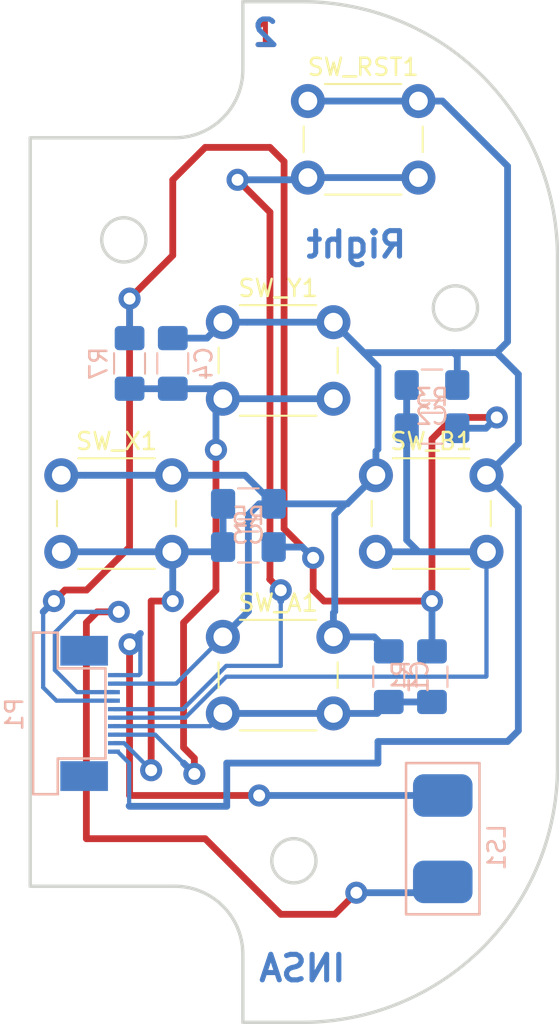
<source format=kicad_pcb>
(kicad_pcb (version 20171130) (host pcbnew 5.0.2-bee76a0~70~ubuntu18.04.1)

  (general
    (thickness 1.6)
    (drawings 19)
    (tracks 172)
    (zones 0)
    (modules 15)
    (nets 10)
  )

  (page A4)
  (layers
    (0 F.Cu signal)
    (31 B.Cu signal)
    (32 B.Adhes user)
    (33 F.Adhes user)
    (34 B.Paste user)
    (35 F.Paste user)
    (36 B.SilkS user)
    (37 F.SilkS user)
    (38 B.Mask user)
    (39 F.Mask user)
    (40 Dwgs.User user)
    (41 Cmts.User user)
    (42 Eco1.User user)
    (43 Eco2.User user)
    (44 Edge.Cuts user)
    (45 Margin user)
    (46 B.CrtYd user)
    (47 F.CrtYd user)
    (48 B.Fab user hide)
    (49 F.Fab user hide)
  )

  (setup
    (last_trace_width 0.25)
    (user_trace_width 0.2)
    (user_trace_width 0.25)
    (user_trace_width 0.3)
    (user_trace_width 0.4)
    (user_trace_width 0.5)
    (user_trace_width 0.63)
    (user_trace_width 0.76)
    (user_trace_width 1.27)
    (trace_clearance 0.2)
    (zone_clearance 0.508)
    (zone_45_only no)
    (trace_min 0.15)
    (segment_width 0.2)
    (edge_width 0.2)
    (via_size 0.8)
    (via_drill 0.4)
    (via_min_size 0.6)
    (via_min_drill 0.3)
    (user_via 0.6 0.3)
    (user_via 0.8 0.4)
    (user_via 0.9 0.5)
    (user_via 1.2 0.6)
    (user_via 1.3 0.7)
    (user_via 1.4 0.8)
    (uvia_size 0.3)
    (uvia_drill 0.1)
    (uvias_allowed no)
    (uvia_min_size 0.2)
    (uvia_min_drill 0.1)
    (pcb_text_width 0.3)
    (pcb_text_size 1.5 1.5)
    (mod_edge_width 0.15)
    (mod_text_size 1 1)
    (mod_text_width 0.15)
    (pad_size 1.6 1.6)
    (pad_drill 0.8)
    (pad_to_mask_clearance 0.051)
    (solder_mask_min_width 0.25)
    (aux_axis_origin 0 0)
    (visible_elements FFFFFF7F)
    (pcbplotparams
      (layerselection 0x010fc_ffffffff)
      (usegerberextensions false)
      (usegerberattributes false)
      (usegerberadvancedattributes false)
      (creategerberjobfile false)
      (excludeedgelayer true)
      (linewidth 0.100000)
      (plotframeref false)
      (viasonmask false)
      (mode 1)
      (useauxorigin false)
      (hpglpennumber 1)
      (hpglpenspeed 20)
      (hpglpendiameter 15.000000)
      (psnegative false)
      (psa4output false)
      (plotreference true)
      (plotvalue true)
      (plotinvisibletext false)
      (padsonsilk false)
      (subtractmaskfromsilk false)
      (outputformat 1)
      (mirror false)
      (drillshape 1)
      (scaleselection 1)
      (outputdirectory ""))
  )

  (net 0 "")
  (net 1 GND)
  (net 2 /Audio_Right_1)
  (net 3 /Audio_Right_2)
  (net 4 VCC)
  (net 5 /Key_X)
  (net 6 /Key_Y)
  (net 7 /Key_B)
  (net 8 /Key_A)
  (net 9 /Key_Rst)

  (net_class Default "Ceci est la Netclass par défaut."
    (clearance 0.2)
    (trace_width 0.25)
    (via_dia 0.8)
    (via_drill 0.4)
    (uvia_dia 0.3)
    (uvia_drill 0.1)
    (add_net /Audio_Right_1)
    (add_net /Audio_Right_2)
    (add_net /Key_A)
    (add_net /Key_B)
    (add_net /Key_Rst)
    (add_net /Key_X)
    (add_net /Key_Y)
    (add_net GND)
    (add_net VCC)
  )

  (module Capacitor_SMD:C_1206_3216Metric_Pad1.42x1.75mm_HandSolder (layer B.Cu) (tedit 5B301BBE) (tstamp 5CA1914D)
    (at 135.255 116.84 90)
    (descr "Capacitor SMD 1206 (3216 Metric), square (rectangular) end terminal, IPC_7351 nominal with elongated pad for handsoldering. (Body size source: http://www.tortai-tech.com/upload/download/2011102023233369053.pdf), generated with kicad-footprint-generator")
    (tags "capacitor handsolder")
    (path /5C792991)
    (attr smd)
    (fp_text reference C1 (at 0 1.82 90) (layer B.SilkS)
      (effects (font (size 1 1) (thickness 0.15)) (justify mirror))
    )
    (fp_text value C (at 0 -1.82 90) (layer B.Fab)
      (effects (font (size 1 1) (thickness 0.15)) (justify mirror))
    )
    (fp_text user %R (at 0 0 90) (layer B.Fab)
      (effects (font (size 0.8 0.8) (thickness 0.12)) (justify mirror))
    )
    (fp_line (start 2.45 -1.12) (end -2.45 -1.12) (layer B.CrtYd) (width 0.05))
    (fp_line (start 2.45 1.12) (end 2.45 -1.12) (layer B.CrtYd) (width 0.05))
    (fp_line (start -2.45 1.12) (end 2.45 1.12) (layer B.CrtYd) (width 0.05))
    (fp_line (start -2.45 -1.12) (end -2.45 1.12) (layer B.CrtYd) (width 0.05))
    (fp_line (start -0.602064 -0.91) (end 0.602064 -0.91) (layer B.SilkS) (width 0.12))
    (fp_line (start -0.602064 0.91) (end 0.602064 0.91) (layer B.SilkS) (width 0.12))
    (fp_line (start 1.6 -0.8) (end -1.6 -0.8) (layer B.Fab) (width 0.1))
    (fp_line (start 1.6 0.8) (end 1.6 -0.8) (layer B.Fab) (width 0.1))
    (fp_line (start -1.6 0.8) (end 1.6 0.8) (layer B.Fab) (width 0.1))
    (fp_line (start -1.6 -0.8) (end -1.6 0.8) (layer B.Fab) (width 0.1))
    (pad 2 smd roundrect (at 1.4875 0 90) (size 1.425 1.75) (layers B.Cu B.Paste B.Mask) (roundrect_rratio 0.175439)
      (net 1 GND))
    (pad 1 smd roundrect (at -1.4875 0 90) (size 1.425 1.75) (layers B.Cu B.Paste B.Mask) (roundrect_rratio 0.175439)
      (net 8 /Key_A))
    (model ${KISYS3DMOD}/Capacitor_SMD.3dshapes/C_1206_3216Metric.wrl
      (at (xyz 0 0 0))
      (scale (xyz 1 1 1))
      (rotate (xyz 0 0 0))
    )
  )

  (module Capacitor_SMD:C_1206_3216Metric_Pad1.42x1.75mm_HandSolder (layer B.Cu) (tedit 5B301BBE) (tstamp 5CA1915E)
    (at 137.795 99.695)
    (descr "Capacitor SMD 1206 (3216 Metric), square (rectangular) end terminal, IPC_7351 nominal with elongated pad for handsoldering. (Body size source: http://www.tortai-tech.com/upload/download/2011102023233369053.pdf), generated with kicad-footprint-generator")
    (tags "capacitor handsolder")
    (path /5C795C7E)
    (attr smd)
    (fp_text reference C2 (at 0 1.82) (layer B.SilkS)
      (effects (font (size 1 1) (thickness 0.15)) (justify mirror))
    )
    (fp_text value C (at 0 -1.82) (layer B.Fab)
      (effects (font (size 1 1) (thickness 0.15)) (justify mirror))
    )
    (fp_line (start -1.6 -0.8) (end -1.6 0.8) (layer B.Fab) (width 0.1))
    (fp_line (start -1.6 0.8) (end 1.6 0.8) (layer B.Fab) (width 0.1))
    (fp_line (start 1.6 0.8) (end 1.6 -0.8) (layer B.Fab) (width 0.1))
    (fp_line (start 1.6 -0.8) (end -1.6 -0.8) (layer B.Fab) (width 0.1))
    (fp_line (start -0.602064 0.91) (end 0.602064 0.91) (layer B.SilkS) (width 0.12))
    (fp_line (start -0.602064 -0.91) (end 0.602064 -0.91) (layer B.SilkS) (width 0.12))
    (fp_line (start -2.45 -1.12) (end -2.45 1.12) (layer B.CrtYd) (width 0.05))
    (fp_line (start -2.45 1.12) (end 2.45 1.12) (layer B.CrtYd) (width 0.05))
    (fp_line (start 2.45 1.12) (end 2.45 -1.12) (layer B.CrtYd) (width 0.05))
    (fp_line (start 2.45 -1.12) (end -2.45 -1.12) (layer B.CrtYd) (width 0.05))
    (fp_text user %R (at 0 0) (layer B.Fab)
      (effects (font (size 0.8 0.8) (thickness 0.12)) (justify mirror))
    )
    (pad 1 smd roundrect (at -1.4875 0) (size 1.425 1.75) (layers B.Cu B.Paste B.Mask) (roundrect_rratio 0.175439)
      (net 7 /Key_B))
    (pad 2 smd roundrect (at 1.4875 0) (size 1.425 1.75) (layers B.Cu B.Paste B.Mask) (roundrect_rratio 0.175439)
      (net 1 GND))
    (model ${KISYS3DMOD}/Capacitor_SMD.3dshapes/C_1206_3216Metric.wrl
      (at (xyz 0 0 0))
      (scale (xyz 1 1 1))
      (rotate (xyz 0 0 0))
    )
  )

  (module Capacitor_SMD:C_1206_3216Metric_Pad1.42x1.75mm_HandSolder (layer B.Cu) (tedit 5B301BBE) (tstamp 5CA1916F)
    (at 127 106.68)
    (descr "Capacitor SMD 1206 (3216 Metric), square (rectangular) end terminal, IPC_7351 nominal with elongated pad for handsoldering. (Body size source: http://www.tortai-tech.com/upload/download/2011102023233369053.pdf), generated with kicad-footprint-generator")
    (tags "capacitor handsolder")
    (path /5C79622E)
    (attr smd)
    (fp_text reference C3 (at 0 1.82) (layer B.SilkS)
      (effects (font (size 1 1) (thickness 0.15)) (justify mirror))
    )
    (fp_text value C (at 0 -1.82) (layer B.Fab)
      (effects (font (size 1 1) (thickness 0.15)) (justify mirror))
    )
    (fp_line (start -1.6 -0.8) (end -1.6 0.8) (layer B.Fab) (width 0.1))
    (fp_line (start -1.6 0.8) (end 1.6 0.8) (layer B.Fab) (width 0.1))
    (fp_line (start 1.6 0.8) (end 1.6 -0.8) (layer B.Fab) (width 0.1))
    (fp_line (start 1.6 -0.8) (end -1.6 -0.8) (layer B.Fab) (width 0.1))
    (fp_line (start -0.602064 0.91) (end 0.602064 0.91) (layer B.SilkS) (width 0.12))
    (fp_line (start -0.602064 -0.91) (end 0.602064 -0.91) (layer B.SilkS) (width 0.12))
    (fp_line (start -2.45 -1.12) (end -2.45 1.12) (layer B.CrtYd) (width 0.05))
    (fp_line (start -2.45 1.12) (end 2.45 1.12) (layer B.CrtYd) (width 0.05))
    (fp_line (start 2.45 1.12) (end 2.45 -1.12) (layer B.CrtYd) (width 0.05))
    (fp_line (start 2.45 -1.12) (end -2.45 -1.12) (layer B.CrtYd) (width 0.05))
    (fp_text user %R (at 0 0) (layer B.Fab)
      (effects (font (size 0.8 0.8) (thickness 0.12)) (justify mirror))
    )
    (pad 1 smd roundrect (at -1.4875 0) (size 1.425 1.75) (layers B.Cu B.Paste B.Mask) (roundrect_rratio 0.175439)
      (net 5 /Key_X))
    (pad 2 smd roundrect (at 1.4875 0) (size 1.425 1.75) (layers B.Cu B.Paste B.Mask) (roundrect_rratio 0.175439)
      (net 1 GND))
    (model ${KISYS3DMOD}/Capacitor_SMD.3dshapes/C_1206_3216Metric.wrl
      (at (xyz 0 0 0))
      (scale (xyz 1 1 1))
      (rotate (xyz 0 0 0))
    )
  )

  (module Capacitor_SMD:C_1206_3216Metric_Pad1.42x1.75mm_HandSolder (layer B.Cu) (tedit 5B301BBE) (tstamp 5CA19180)
    (at 122.555 98.425 90)
    (descr "Capacitor SMD 1206 (3216 Metric), square (rectangular) end terminal, IPC_7351 nominal with elongated pad for handsoldering. (Body size source: http://www.tortai-tech.com/upload/download/2011102023233369053.pdf), generated with kicad-footprint-generator")
    (tags "capacitor handsolder")
    (path /5C79683C)
    (attr smd)
    (fp_text reference C4 (at 0 1.82 90) (layer B.SilkS)
      (effects (font (size 1 1) (thickness 0.15)) (justify mirror))
    )
    (fp_text value C (at 0 -1.82 90) (layer B.Fab)
      (effects (font (size 1 1) (thickness 0.15)) (justify mirror))
    )
    (fp_text user %R (at 0 0 90) (layer B.Fab)
      (effects (font (size 0.8 0.8) (thickness 0.12)) (justify mirror))
    )
    (fp_line (start 2.45 -1.12) (end -2.45 -1.12) (layer B.CrtYd) (width 0.05))
    (fp_line (start 2.45 1.12) (end 2.45 -1.12) (layer B.CrtYd) (width 0.05))
    (fp_line (start -2.45 1.12) (end 2.45 1.12) (layer B.CrtYd) (width 0.05))
    (fp_line (start -2.45 -1.12) (end -2.45 1.12) (layer B.CrtYd) (width 0.05))
    (fp_line (start -0.602064 -0.91) (end 0.602064 -0.91) (layer B.SilkS) (width 0.12))
    (fp_line (start -0.602064 0.91) (end 0.602064 0.91) (layer B.SilkS) (width 0.12))
    (fp_line (start 1.6 -0.8) (end -1.6 -0.8) (layer B.Fab) (width 0.1))
    (fp_line (start 1.6 0.8) (end 1.6 -0.8) (layer B.Fab) (width 0.1))
    (fp_line (start -1.6 0.8) (end 1.6 0.8) (layer B.Fab) (width 0.1))
    (fp_line (start -1.6 -0.8) (end -1.6 0.8) (layer B.Fab) (width 0.1))
    (pad 2 smd roundrect (at 1.4875 0 90) (size 1.425 1.75) (layers B.Cu B.Paste B.Mask) (roundrect_rratio 0.175439)
      (net 1 GND))
    (pad 1 smd roundrect (at -1.4875 0 90) (size 1.425 1.75) (layers B.Cu B.Paste B.Mask) (roundrect_rratio 0.175439)
      (net 6 /Key_Y))
    (model ${KISYS3DMOD}/Capacitor_SMD.3dshapes/C_1206_3216Metric.wrl
      (at (xyz 0 0 0))
      (scale (xyz 1 1 1))
      (rotate (xyz 0 0 0))
    )
  )

  (module Insa:Speaker (layer B.Cu) (tedit 5C891EA0) (tstamp 5CA1918A)
    (at 138.43 126.365 270)
    (path /5C892EA4)
    (fp_text reference LS1 (at 0.508 -3.175 270) (layer B.SilkS)
      (effects (font (size 1 1) (thickness 0.15)) (justify mirror))
    )
    (fp_text value Speaker (at 0.127 3.175 270) (layer B.Fab)
      (effects (font (size 1 1) (thickness 0.15)) (justify mirror))
    )
    (fp_line (start -4.445 2.159) (end 4.445 2.159) (layer B.SilkS) (width 0.15))
    (fp_line (start 4.445 2.159) (end 4.445 -2.159) (layer B.SilkS) (width 0.15))
    (fp_line (start 4.445 -2.159) (end -4.445 -2.159) (layer B.SilkS) (width 0.15))
    (fp_line (start -4.445 -2.159) (end -4.445 2.159) (layer B.SilkS) (width 0.15))
    (pad 1 smd roundrect (at -2.54 0 270) (size 2.5 3.5) (layers B.Cu B.Paste B.Mask) (roundrect_rratio 0.25)
      (net 2 /Audio_Right_1))
    (pad 2 smd roundrect (at 2.54 0 270) (size 2.5 3.5) (layers B.Cu B.Paste B.Mask) (roundrect_rratio 0.25)
      (net 3 /Audio_Right_2))
  )

  (module Insa:FFC-10-0.5 (layer B.Cu) (tedit 5C652881) (tstamp 5CA191AA)
    (at 118.745 119 270)
    (path /5C77E637)
    (fp_text reference P1 (at 0.05 5.5 270) (layer B.SilkS)
      (effects (font (size 1 1) (thickness 0.15)) (justify mirror))
    )
    (fp_text value TE-FFC-10-0.5 (at -0.05 3.6 270) (layer B.Fab)
      (effects (font (size 1 1) (thickness 0.15)) (justify mirror))
    )
    (fp_line (start -2.65 2.95) (end -2.65 0.15) (layer B.SilkS) (width 0.15))
    (fp_line (start -4.75 2.95) (end -2.65 2.95) (layer B.SilkS) (width 0.15))
    (fp_line (start -4.75 4.4) (end -4.75 2.95) (layer B.SilkS) (width 0.15))
    (fp_line (start 4.75 4.4) (end -4.75 4.4) (layer B.SilkS) (width 0.15))
    (fp_line (start 4.75 2.95) (end 4.75 4.4) (layer B.SilkS) (width 0.15))
    (fp_line (start 2.65 2.95) (end 4.75 2.95) (layer B.SilkS) (width 0.15))
    (fp_line (start 2.65 0.15) (end 2.65 2.95) (layer B.SilkS) (width 0.15))
    (fp_line (start -2.65 0.15) (end 2.65 0.15) (layer B.SilkS) (width 0.15))
    (fp_line (start -2.8 2.8) (end -2.8 0) (layer B.CrtYd) (width 0.15))
    (fp_line (start -4.75 2.8) (end -2.8 2.8) (layer B.CrtYd) (width 0.15))
    (fp_line (start -4.75 4.4) (end -4.75 2.8) (layer B.CrtYd) (width 0.15))
    (fp_line (start 4.75 4.4) (end -4.75 4.4) (layer B.CrtYd) (width 0.15))
    (fp_line (start 4.75 2.8) (end 4.75 4.4) (layer B.CrtYd) (width 0.15))
    (fp_line (start 2.8 2.8) (end 4.75 2.8) (layer B.CrtYd) (width 0.15))
    (fp_line (start 2.8 0) (end 2.8 2.8) (layer B.CrtYd) (width 0.15))
    (fp_line (start -2.8 0) (end 2.8 0) (layer B.CrtYd) (width 0.15))
    (pad A smd rect (at -3.685 1.4 270) (size 1.75 2.8) (layers B.Cu B.Paste B.Mask))
    (pad B smd rect (at 3.685 1.4 270) (size 1.75 2.8) (layers B.Cu B.Paste B.Mask))
    (pad 2 smd rect (at -1.75 -0.35 270) (size 0.25 0.7) (layers B.Cu B.Paste B.Mask)
      (net 1 GND))
    (pad 3 smd rect (at -1.25 -0.35 270) (size 0.25 0.7) (layers B.Cu B.Paste B.Mask)
      (net 3 /Audio_Right_2))
    (pad 4 smd rect (at -0.75 -0.35 270) (size 0.25 0.7) (layers B.Cu B.Paste B.Mask)
      (net 4 VCC))
    (pad 5 smd rect (at -0.25 -0.35 270) (size 0.25 0.7) (layers B.Cu B.Paste B.Mask)
      (net 9 /Key_Rst))
    (pad 9 smd rect (at 1.75 -0.35 270) (size 0.25 0.7) (layers B.Cu B.Paste B.Mask)
      (net 5 /Key_X))
    (pad 8 smd rect (at 1.25 -0.35 270) (size 0.25 0.7) (layers B.Cu B.Paste B.Mask)
      (net 6 /Key_Y))
    (pad 7 smd rect (at 0.75 -0.35 270) (size 0.25 0.7) (layers B.Cu B.Paste B.Mask)
      (net 8 /Key_A))
    (pad 6 smd rect (at 0.25 -0.35 270) (size 0.25 0.7) (layers B.Cu B.Paste B.Mask)
      (net 7 /Key_B))
    (pad 1 smd rect (at -2.25 -0.35 270) (size 0.25 0.7) (layers B.Cu B.Paste B.Mask)
      (net 2 /Audio_Right_1))
    (pad 10 smd rect (at 2.25 -0.35 270) (size 0.25 0.7) (layers B.Cu B.Paste B.Mask)
      (net 1 GND))
  )

  (module Resistor_SMD:R_1206_3216Metric_Pad1.42x1.75mm_HandSolder (layer B.Cu) (tedit 5B301BBD) (tstamp 5CA191BB)
    (at 137.795 116.84 270)
    (descr "Resistor SMD 1206 (3216 Metric), square (rectangular) end terminal, IPC_7351 nominal with elongated pad for handsoldering. (Body size source: http://www.tortai-tech.com/upload/download/2011102023233369053.pdf), generated with kicad-footprint-generator")
    (tags "resistor handsolder")
    (path /5C792BB4)
    (attr smd)
    (fp_text reference R1 (at 0 1.82 270) (layer B.SilkS)
      (effects (font (size 1 1) (thickness 0.15)) (justify mirror))
    )
    (fp_text value R (at 0 -1.82 270) (layer B.Fab)
      (effects (font (size 1 1) (thickness 0.15)) (justify mirror))
    )
    (fp_text user %R (at 0 0 270) (layer B.Fab)
      (effects (font (size 0.8 0.8) (thickness 0.12)) (justify mirror))
    )
    (fp_line (start 2.45 -1.12) (end -2.45 -1.12) (layer B.CrtYd) (width 0.05))
    (fp_line (start 2.45 1.12) (end 2.45 -1.12) (layer B.CrtYd) (width 0.05))
    (fp_line (start -2.45 1.12) (end 2.45 1.12) (layer B.CrtYd) (width 0.05))
    (fp_line (start -2.45 -1.12) (end -2.45 1.12) (layer B.CrtYd) (width 0.05))
    (fp_line (start -0.602064 -0.91) (end 0.602064 -0.91) (layer B.SilkS) (width 0.12))
    (fp_line (start -0.602064 0.91) (end 0.602064 0.91) (layer B.SilkS) (width 0.12))
    (fp_line (start 1.6 -0.8) (end -1.6 -0.8) (layer B.Fab) (width 0.1))
    (fp_line (start 1.6 0.8) (end 1.6 -0.8) (layer B.Fab) (width 0.1))
    (fp_line (start -1.6 0.8) (end 1.6 0.8) (layer B.Fab) (width 0.1))
    (fp_line (start -1.6 -0.8) (end -1.6 0.8) (layer B.Fab) (width 0.1))
    (pad 2 smd roundrect (at 1.4875 0 270) (size 1.425 1.75) (layers B.Cu B.Paste B.Mask) (roundrect_rratio 0.175439)
      (net 8 /Key_A))
    (pad 1 smd roundrect (at -1.4875 0 270) (size 1.425 1.75) (layers B.Cu B.Paste B.Mask) (roundrect_rratio 0.175439)
      (net 4 VCC))
    (model ${KISYS3DMOD}/Resistor_SMD.3dshapes/R_1206_3216Metric.wrl
      (at (xyz 0 0 0))
      (scale (xyz 1 1 1))
      (rotate (xyz 0 0 0))
    )
  )

  (module Resistor_SMD:R_1206_3216Metric_Pad1.42x1.75mm_HandSolder (layer B.Cu) (tedit 5B301BBD) (tstamp 5CA191DD)
    (at 137.795 102.235 180)
    (descr "Resistor SMD 1206 (3216 Metric), square (rectangular) end terminal, IPC_7351 nominal with elongated pad for handsoldering. (Body size source: http://www.tortai-tech.com/upload/download/2011102023233369053.pdf), generated with kicad-footprint-generator")
    (tags "resistor handsolder")
    (path /5C795C85)
    (attr smd)
    (fp_text reference R3 (at 0 1.82 180) (layer B.SilkS)
      (effects (font (size 1 1) (thickness 0.15)) (justify mirror))
    )
    (fp_text value R (at 0 -1.82 180) (layer B.Fab)
      (effects (font (size 1 1) (thickness 0.15)) (justify mirror))
    )
    (fp_text user %R (at 0 0 180) (layer B.Fab)
      (effects (font (size 0.8 0.8) (thickness 0.12)) (justify mirror))
    )
    (fp_line (start 2.45 -1.12) (end -2.45 -1.12) (layer B.CrtYd) (width 0.05))
    (fp_line (start 2.45 1.12) (end 2.45 -1.12) (layer B.CrtYd) (width 0.05))
    (fp_line (start -2.45 1.12) (end 2.45 1.12) (layer B.CrtYd) (width 0.05))
    (fp_line (start -2.45 -1.12) (end -2.45 1.12) (layer B.CrtYd) (width 0.05))
    (fp_line (start -0.602064 -0.91) (end 0.602064 -0.91) (layer B.SilkS) (width 0.12))
    (fp_line (start -0.602064 0.91) (end 0.602064 0.91) (layer B.SilkS) (width 0.12))
    (fp_line (start 1.6 -0.8) (end -1.6 -0.8) (layer B.Fab) (width 0.1))
    (fp_line (start 1.6 0.8) (end 1.6 -0.8) (layer B.Fab) (width 0.1))
    (fp_line (start -1.6 0.8) (end 1.6 0.8) (layer B.Fab) (width 0.1))
    (fp_line (start -1.6 -0.8) (end -1.6 0.8) (layer B.Fab) (width 0.1))
    (pad 2 smd roundrect (at 1.4875 0 180) (size 1.425 1.75) (layers B.Cu B.Paste B.Mask) (roundrect_rratio 0.175439)
      (net 7 /Key_B))
    (pad 1 smd roundrect (at -1.4875 0 180) (size 1.425 1.75) (layers B.Cu B.Paste B.Mask) (roundrect_rratio 0.175439)
      (net 4 VCC))
    (model ${KISYS3DMOD}/Resistor_SMD.3dshapes/R_1206_3216Metric.wrl
      (at (xyz 0 0 0))
      (scale (xyz 1 1 1))
      (rotate (xyz 0 0 0))
    )
  )

  (module Resistor_SMD:R_1206_3216Metric_Pad1.42x1.75mm_HandSolder (layer B.Cu) (tedit 5B301BBD) (tstamp 5CA191FF)
    (at 127 109.22 180)
    (descr "Resistor SMD 1206 (3216 Metric), square (rectangular) end terminal, IPC_7351 nominal with elongated pad for handsoldering. (Body size source: http://www.tortai-tech.com/upload/download/2011102023233369053.pdf), generated with kicad-footprint-generator")
    (tags "resistor handsolder")
    (path /5C796235)
    (attr smd)
    (fp_text reference R5 (at 0 1.82 180) (layer B.SilkS)
      (effects (font (size 1 1) (thickness 0.15)) (justify mirror))
    )
    (fp_text value R (at 0 -1.82 180) (layer B.Fab)
      (effects (font (size 1 1) (thickness 0.15)) (justify mirror))
    )
    (fp_text user %R (at 0 0 180) (layer B.Fab)
      (effects (font (size 0.8 0.8) (thickness 0.12)) (justify mirror))
    )
    (fp_line (start 2.45 -1.12) (end -2.45 -1.12) (layer B.CrtYd) (width 0.05))
    (fp_line (start 2.45 1.12) (end 2.45 -1.12) (layer B.CrtYd) (width 0.05))
    (fp_line (start -2.45 1.12) (end 2.45 1.12) (layer B.CrtYd) (width 0.05))
    (fp_line (start -2.45 -1.12) (end -2.45 1.12) (layer B.CrtYd) (width 0.05))
    (fp_line (start -0.602064 -0.91) (end 0.602064 -0.91) (layer B.SilkS) (width 0.12))
    (fp_line (start -0.602064 0.91) (end 0.602064 0.91) (layer B.SilkS) (width 0.12))
    (fp_line (start 1.6 -0.8) (end -1.6 -0.8) (layer B.Fab) (width 0.1))
    (fp_line (start 1.6 0.8) (end 1.6 -0.8) (layer B.Fab) (width 0.1))
    (fp_line (start -1.6 0.8) (end 1.6 0.8) (layer B.Fab) (width 0.1))
    (fp_line (start -1.6 -0.8) (end -1.6 0.8) (layer B.Fab) (width 0.1))
    (pad 2 smd roundrect (at 1.4875 0 180) (size 1.425 1.75) (layers B.Cu B.Paste B.Mask) (roundrect_rratio 0.175439)
      (net 5 /Key_X))
    (pad 1 smd roundrect (at -1.4875 0 180) (size 1.425 1.75) (layers B.Cu B.Paste B.Mask) (roundrect_rratio 0.175439)
      (net 4 VCC))
    (model ${KISYS3DMOD}/Resistor_SMD.3dshapes/R_1206_3216Metric.wrl
      (at (xyz 0 0 0))
      (scale (xyz 1 1 1))
      (rotate (xyz 0 0 0))
    )
  )

  (module Resistor_SMD:R_1206_3216Metric_Pad1.42x1.75mm_HandSolder (layer B.Cu) (tedit 5B301BBD) (tstamp 5CA19221)
    (at 120.015 98.425 270)
    (descr "Resistor SMD 1206 (3216 Metric), square (rectangular) end terminal, IPC_7351 nominal with elongated pad for handsoldering. (Body size source: http://www.tortai-tech.com/upload/download/2011102023233369053.pdf), generated with kicad-footprint-generator")
    (tags "resistor handsolder")
    (path /5C796843)
    (attr smd)
    (fp_text reference R7 (at 0 1.82 270) (layer B.SilkS)
      (effects (font (size 1 1) (thickness 0.15)) (justify mirror))
    )
    (fp_text value R (at 0 -1.82 270) (layer B.Fab)
      (effects (font (size 1 1) (thickness 0.15)) (justify mirror))
    )
    (fp_text user %R (at 0 0 270) (layer B.Fab)
      (effects (font (size 0.8 0.8) (thickness 0.12)) (justify mirror))
    )
    (fp_line (start 2.45 -1.12) (end -2.45 -1.12) (layer B.CrtYd) (width 0.05))
    (fp_line (start 2.45 1.12) (end 2.45 -1.12) (layer B.CrtYd) (width 0.05))
    (fp_line (start -2.45 1.12) (end 2.45 1.12) (layer B.CrtYd) (width 0.05))
    (fp_line (start -2.45 -1.12) (end -2.45 1.12) (layer B.CrtYd) (width 0.05))
    (fp_line (start -0.602064 -0.91) (end 0.602064 -0.91) (layer B.SilkS) (width 0.12))
    (fp_line (start -0.602064 0.91) (end 0.602064 0.91) (layer B.SilkS) (width 0.12))
    (fp_line (start 1.6 -0.8) (end -1.6 -0.8) (layer B.Fab) (width 0.1))
    (fp_line (start 1.6 0.8) (end 1.6 -0.8) (layer B.Fab) (width 0.1))
    (fp_line (start -1.6 0.8) (end 1.6 0.8) (layer B.Fab) (width 0.1))
    (fp_line (start -1.6 -0.8) (end -1.6 0.8) (layer B.Fab) (width 0.1))
    (pad 2 smd roundrect (at 1.4875 0 270) (size 1.425 1.75) (layers B.Cu B.Paste B.Mask) (roundrect_rratio 0.175439)
      (net 6 /Key_Y))
    (pad 1 smd roundrect (at -1.4875 0 270) (size 1.425 1.75) (layers B.Cu B.Paste B.Mask) (roundrect_rratio 0.175439)
      (net 4 VCC))
    (model ${KISYS3DMOD}/Resistor_SMD.3dshapes/R_1206_3216Metric.wrl
      (at (xyz 0 0 0))
      (scale (xyz 1 1 1))
      (rotate (xyz 0 0 0))
    )
  )

  (module Button_Switch_THT:SW_PUSH_6mm locked (layer F.Cu) (tedit 5A02FE31) (tstamp 5CA19251)
    (at 125.5 114.5)
    (descr https://www.omron.com/ecb/products/pdf/en-b3f.pdf)
    (tags "tact sw push 6mm")
    (path /5C77EAF2)
    (fp_text reference SW_A1 (at 3.25 -2) (layer F.SilkS)
      (effects (font (size 1 1) (thickness 0.15)))
    )
    (fp_text value SW_Push (at 3.75 6.7) (layer F.Fab)
      (effects (font (size 1 1) (thickness 0.15)))
    )
    (fp_circle (center 3.25 2.25) (end 1.25 2.5) (layer F.Fab) (width 0.1))
    (fp_line (start 6.75 3) (end 6.75 1.5) (layer F.SilkS) (width 0.12))
    (fp_line (start 5.5 -1) (end 1 -1) (layer F.SilkS) (width 0.12))
    (fp_line (start -0.25 1.5) (end -0.25 3) (layer F.SilkS) (width 0.12))
    (fp_line (start 1 5.5) (end 5.5 5.5) (layer F.SilkS) (width 0.12))
    (fp_line (start 8 -1.25) (end 8 5.75) (layer F.CrtYd) (width 0.05))
    (fp_line (start 7.75 6) (end -1.25 6) (layer F.CrtYd) (width 0.05))
    (fp_line (start -1.5 5.75) (end -1.5 -1.25) (layer F.CrtYd) (width 0.05))
    (fp_line (start -1.25 -1.5) (end 7.75 -1.5) (layer F.CrtYd) (width 0.05))
    (fp_line (start -1.5 6) (end -1.25 6) (layer F.CrtYd) (width 0.05))
    (fp_line (start -1.5 5.75) (end -1.5 6) (layer F.CrtYd) (width 0.05))
    (fp_line (start -1.5 -1.5) (end -1.25 -1.5) (layer F.CrtYd) (width 0.05))
    (fp_line (start -1.5 -1.25) (end -1.5 -1.5) (layer F.CrtYd) (width 0.05))
    (fp_line (start 8 -1.5) (end 8 -1.25) (layer F.CrtYd) (width 0.05))
    (fp_line (start 7.75 -1.5) (end 8 -1.5) (layer F.CrtYd) (width 0.05))
    (fp_line (start 8 6) (end 8 5.75) (layer F.CrtYd) (width 0.05))
    (fp_line (start 7.75 6) (end 8 6) (layer F.CrtYd) (width 0.05))
    (fp_line (start 0.25 -0.75) (end 3.25 -0.75) (layer F.Fab) (width 0.1))
    (fp_line (start 0.25 5.25) (end 0.25 -0.75) (layer F.Fab) (width 0.1))
    (fp_line (start 6.25 5.25) (end 0.25 5.25) (layer F.Fab) (width 0.1))
    (fp_line (start 6.25 -0.75) (end 6.25 5.25) (layer F.Fab) (width 0.1))
    (fp_line (start 3.25 -0.75) (end 6.25 -0.75) (layer F.Fab) (width 0.1))
    (fp_text user %R (at 3.25 2.25) (layer F.Fab)
      (effects (font (size 1 1) (thickness 0.15)))
    )
    (pad 1 thru_hole circle (at 6.5 0 90) (size 2 2) (drill 1.1) (layers *.Cu *.Mask)
      (net 1 GND))
    (pad 2 thru_hole circle (at 6.5 4.5 90) (size 2 2) (drill 1.1) (layers *.Cu *.Mask)
      (net 8 /Key_A))
    (pad 1 thru_hole circle (at 0 0 90) (size 2 2) (drill 1.1) (layers *.Cu *.Mask)
      (net 1 GND))
    (pad 2 thru_hole circle (at 0 4.5 90) (size 2 2) (drill 1.1) (layers *.Cu *.Mask)
      (net 8 /Key_A))
    (model ${KISYS3DMOD}/Button_Switch_THT.3dshapes/SW_PUSH_6mm.wrl
      (at (xyz 0 0 0))
      (scale (xyz 1 1 1))
      (rotate (xyz 0 0 0))
    )
  )

  (module Button_Switch_THT:SW_PUSH_6mm locked (layer F.Cu) (tedit 5A02FE31) (tstamp 5CA19270)
    (at 134.5 105)
    (descr https://www.omron.com/ecb/products/pdf/en-b3f.pdf)
    (tags "tact sw push 6mm")
    (path /5C7913B9)
    (fp_text reference SW_B1 (at 3.25 -2) (layer F.SilkS)
      (effects (font (size 1 1) (thickness 0.15)))
    )
    (fp_text value SW_Push (at 3.75 6.7) (layer F.Fab)
      (effects (font (size 1 1) (thickness 0.15)))
    )
    (fp_circle (center 3.25 2.25) (end 1.25 2.5) (layer F.Fab) (width 0.1))
    (fp_line (start 6.75 3) (end 6.75 1.5) (layer F.SilkS) (width 0.12))
    (fp_line (start 5.5 -1) (end 1 -1) (layer F.SilkS) (width 0.12))
    (fp_line (start -0.25 1.5) (end -0.25 3) (layer F.SilkS) (width 0.12))
    (fp_line (start 1 5.5) (end 5.5 5.5) (layer F.SilkS) (width 0.12))
    (fp_line (start 8 -1.25) (end 8 5.75) (layer F.CrtYd) (width 0.05))
    (fp_line (start 7.75 6) (end -1.25 6) (layer F.CrtYd) (width 0.05))
    (fp_line (start -1.5 5.75) (end -1.5 -1.25) (layer F.CrtYd) (width 0.05))
    (fp_line (start -1.25 -1.5) (end 7.75 -1.5) (layer F.CrtYd) (width 0.05))
    (fp_line (start -1.5 6) (end -1.25 6) (layer F.CrtYd) (width 0.05))
    (fp_line (start -1.5 5.75) (end -1.5 6) (layer F.CrtYd) (width 0.05))
    (fp_line (start -1.5 -1.5) (end -1.25 -1.5) (layer F.CrtYd) (width 0.05))
    (fp_line (start -1.5 -1.25) (end -1.5 -1.5) (layer F.CrtYd) (width 0.05))
    (fp_line (start 8 -1.5) (end 8 -1.25) (layer F.CrtYd) (width 0.05))
    (fp_line (start 7.75 -1.5) (end 8 -1.5) (layer F.CrtYd) (width 0.05))
    (fp_line (start 8 6) (end 8 5.75) (layer F.CrtYd) (width 0.05))
    (fp_line (start 7.75 6) (end 8 6) (layer F.CrtYd) (width 0.05))
    (fp_line (start 0.25 -0.75) (end 3.25 -0.75) (layer F.Fab) (width 0.1))
    (fp_line (start 0.25 5.25) (end 0.25 -0.75) (layer F.Fab) (width 0.1))
    (fp_line (start 6.25 5.25) (end 0.25 5.25) (layer F.Fab) (width 0.1))
    (fp_line (start 6.25 -0.75) (end 6.25 5.25) (layer F.Fab) (width 0.1))
    (fp_line (start 3.25 -0.75) (end 6.25 -0.75) (layer F.Fab) (width 0.1))
    (fp_text user %R (at 3.25 2.25) (layer F.Fab)
      (effects (font (size 1 1) (thickness 0.15)))
    )
    (pad 1 thru_hole circle (at 6.5 0 90) (size 2 2) (drill 1.1) (layers *.Cu *.Mask)
      (net 1 GND))
    (pad 2 thru_hole circle (at 6.5 4.5 90) (size 2 2) (drill 1.1) (layers *.Cu *.Mask)
      (net 7 /Key_B))
    (pad 1 thru_hole circle (at 0 0 90) (size 2 2) (drill 1.1) (layers *.Cu *.Mask)
      (net 1 GND))
    (pad 2 thru_hole circle (at 0 4.5 90) (size 2 2) (drill 1.1) (layers *.Cu *.Mask)
      (net 7 /Key_B))
    (model ${KISYS3DMOD}/Button_Switch_THT.3dshapes/SW_PUSH_6mm.wrl
      (at (xyz 0 0 0))
      (scale (xyz 1 1 1))
      (rotate (xyz 0 0 0))
    )
  )

  (module Button_Switch_THT:SW_PUSH_6mm locked (layer F.Cu) (tedit 5A02FE31) (tstamp 5CA1928F)
    (at 116 105)
    (descr https://www.omron.com/ecb/products/pdf/en-b3f.pdf)
    (tags "tact sw push 6mm")
    (path /5C7914D9)
    (fp_text reference SW_X1 (at 3.25 -2) (layer F.SilkS)
      (effects (font (size 1 1) (thickness 0.15)))
    )
    (fp_text value SW_Push (at 3.75 6.7) (layer F.Fab)
      (effects (font (size 1 1) (thickness 0.15)))
    )
    (fp_text user %R (at 3.25 2.25) (layer F.Fab)
      (effects (font (size 1 1) (thickness 0.15)))
    )
    (fp_line (start 3.25 -0.75) (end 6.25 -0.75) (layer F.Fab) (width 0.1))
    (fp_line (start 6.25 -0.75) (end 6.25 5.25) (layer F.Fab) (width 0.1))
    (fp_line (start 6.25 5.25) (end 0.25 5.25) (layer F.Fab) (width 0.1))
    (fp_line (start 0.25 5.25) (end 0.25 -0.75) (layer F.Fab) (width 0.1))
    (fp_line (start 0.25 -0.75) (end 3.25 -0.75) (layer F.Fab) (width 0.1))
    (fp_line (start 7.75 6) (end 8 6) (layer F.CrtYd) (width 0.05))
    (fp_line (start 8 6) (end 8 5.75) (layer F.CrtYd) (width 0.05))
    (fp_line (start 7.75 -1.5) (end 8 -1.5) (layer F.CrtYd) (width 0.05))
    (fp_line (start 8 -1.5) (end 8 -1.25) (layer F.CrtYd) (width 0.05))
    (fp_line (start -1.5 -1.25) (end -1.5 -1.5) (layer F.CrtYd) (width 0.05))
    (fp_line (start -1.5 -1.5) (end -1.25 -1.5) (layer F.CrtYd) (width 0.05))
    (fp_line (start -1.5 5.75) (end -1.5 6) (layer F.CrtYd) (width 0.05))
    (fp_line (start -1.5 6) (end -1.25 6) (layer F.CrtYd) (width 0.05))
    (fp_line (start -1.25 -1.5) (end 7.75 -1.5) (layer F.CrtYd) (width 0.05))
    (fp_line (start -1.5 5.75) (end -1.5 -1.25) (layer F.CrtYd) (width 0.05))
    (fp_line (start 7.75 6) (end -1.25 6) (layer F.CrtYd) (width 0.05))
    (fp_line (start 8 -1.25) (end 8 5.75) (layer F.CrtYd) (width 0.05))
    (fp_line (start 1 5.5) (end 5.5 5.5) (layer F.SilkS) (width 0.12))
    (fp_line (start -0.25 1.5) (end -0.25 3) (layer F.SilkS) (width 0.12))
    (fp_line (start 5.5 -1) (end 1 -1) (layer F.SilkS) (width 0.12))
    (fp_line (start 6.75 3) (end 6.75 1.5) (layer F.SilkS) (width 0.12))
    (fp_circle (center 3.25 2.25) (end 1.25 2.5) (layer F.Fab) (width 0.1))
    (pad 2 thru_hole circle (at 0 4.5 90) (size 2 2) (drill 1.1) (layers *.Cu *.Mask)
      (net 5 /Key_X))
    (pad 1 thru_hole circle (at 0 0 90) (size 2 2) (drill 1.1) (layers *.Cu *.Mask)
      (net 1 GND))
    (pad 2 thru_hole circle (at 6.5 4.5 90) (size 2 2) (drill 1.1) (layers *.Cu *.Mask)
      (net 5 /Key_X))
    (pad 1 thru_hole circle (at 6.5 0 90) (size 2 2) (drill 1.1) (layers *.Cu *.Mask)
      (net 1 GND))
    (model ${KISYS3DMOD}/Button_Switch_THT.3dshapes/SW_PUSH_6mm.wrl
      (at (xyz 0 0 0))
      (scale (xyz 1 1 1))
      (rotate (xyz 0 0 0))
    )
  )

  (module Button_Switch_THT:SW_PUSH_6mm locked (layer F.Cu) (tedit 5A02FE31) (tstamp 5CA192AE)
    (at 125.5 96)
    (descr https://www.omron.com/ecb/products/pdf/en-b3f.pdf)
    (tags "tact sw push 6mm")
    (path /5C791297)
    (fp_text reference SW_Y1 (at 3.25 -2) (layer F.SilkS)
      (effects (font (size 1 1) (thickness 0.15)))
    )
    (fp_text value SW_Push (at 3.75 6.7) (layer F.Fab)
      (effects (font (size 1 1) (thickness 0.15)))
    )
    (fp_text user %R (at 3.25 2.25) (layer F.Fab)
      (effects (font (size 1 1) (thickness 0.15)))
    )
    (fp_line (start 3.25 -0.75) (end 6.25 -0.75) (layer F.Fab) (width 0.1))
    (fp_line (start 6.25 -0.75) (end 6.25 5.25) (layer F.Fab) (width 0.1))
    (fp_line (start 6.25 5.25) (end 0.25 5.25) (layer F.Fab) (width 0.1))
    (fp_line (start 0.25 5.25) (end 0.25 -0.75) (layer F.Fab) (width 0.1))
    (fp_line (start 0.25 -0.75) (end 3.25 -0.75) (layer F.Fab) (width 0.1))
    (fp_line (start 7.75 6) (end 8 6) (layer F.CrtYd) (width 0.05))
    (fp_line (start 8 6) (end 8 5.75) (layer F.CrtYd) (width 0.05))
    (fp_line (start 7.75 -1.5) (end 8 -1.5) (layer F.CrtYd) (width 0.05))
    (fp_line (start 8 -1.5) (end 8 -1.25) (layer F.CrtYd) (width 0.05))
    (fp_line (start -1.5 -1.25) (end -1.5 -1.5) (layer F.CrtYd) (width 0.05))
    (fp_line (start -1.5 -1.5) (end -1.25 -1.5) (layer F.CrtYd) (width 0.05))
    (fp_line (start -1.5 5.75) (end -1.5 6) (layer F.CrtYd) (width 0.05))
    (fp_line (start -1.5 6) (end -1.25 6) (layer F.CrtYd) (width 0.05))
    (fp_line (start -1.25 -1.5) (end 7.75 -1.5) (layer F.CrtYd) (width 0.05))
    (fp_line (start -1.5 5.75) (end -1.5 -1.25) (layer F.CrtYd) (width 0.05))
    (fp_line (start 7.75 6) (end -1.25 6) (layer F.CrtYd) (width 0.05))
    (fp_line (start 8 -1.25) (end 8 5.75) (layer F.CrtYd) (width 0.05))
    (fp_line (start 1 5.5) (end 5.5 5.5) (layer F.SilkS) (width 0.12))
    (fp_line (start -0.25 1.5) (end -0.25 3) (layer F.SilkS) (width 0.12))
    (fp_line (start 5.5 -1) (end 1 -1) (layer F.SilkS) (width 0.12))
    (fp_line (start 6.75 3) (end 6.75 1.5) (layer F.SilkS) (width 0.12))
    (fp_circle (center 3.25 2.25) (end 1.25 2.5) (layer F.Fab) (width 0.1))
    (pad 2 thru_hole circle (at 0 4.5 90) (size 2 2) (drill 1.1) (layers *.Cu *.Mask)
      (net 6 /Key_Y))
    (pad 1 thru_hole circle (at 0 0 90) (size 2 2) (drill 1.1) (layers *.Cu *.Mask)
      (net 1 GND))
    (pad 2 thru_hole circle (at 6.5 4.5 90) (size 2 2) (drill 1.1) (layers *.Cu *.Mask)
      (net 6 /Key_Y))
    (pad 1 thru_hole circle (at 6.5 0 90) (size 2 2) (drill 1.1) (layers *.Cu *.Mask)
      (net 1 GND))
    (model ${KISYS3DMOD}/Button_Switch_THT.3dshapes/SW_PUSH_6mm.wrl
      (at (xyz 0 0 0))
      (scale (xyz 1 1 1))
      (rotate (xyz 0 0 0))
    )
  )

  (module Button_Switch_THT:SW_PUSH_6mm locked (layer F.Cu) (tedit 5A02FE31) (tstamp 5CA19BA1)
    (at 130.5 83)
    (descr https://www.omron.com/ecb/products/pdf/en-b3f.pdf)
    (tags "tact sw push 6mm")
    (path /5C8A3957)
    (fp_text reference SW_RST1 (at 3.25 -2) (layer F.SilkS)
      (effects (font (size 1 1) (thickness 0.15)))
    )
    (fp_text value SW_Push (at 3.75 6.7) (layer F.Fab)
      (effects (font (size 1 1) (thickness 0.15)))
    )
    (fp_text user %R (at 3.25 2.25) (layer F.Fab)
      (effects (font (size 1 1) (thickness 0.15)))
    )
    (fp_line (start 3.25 -0.75) (end 6.25 -0.75) (layer F.Fab) (width 0.1))
    (fp_line (start 6.25 -0.75) (end 6.25 5.25) (layer F.Fab) (width 0.1))
    (fp_line (start 6.25 5.25) (end 0.25 5.25) (layer F.Fab) (width 0.1))
    (fp_line (start 0.25 5.25) (end 0.25 -0.75) (layer F.Fab) (width 0.1))
    (fp_line (start 0.25 -0.75) (end 3.25 -0.75) (layer F.Fab) (width 0.1))
    (fp_line (start 7.75 6) (end 8 6) (layer F.CrtYd) (width 0.05))
    (fp_line (start 8 6) (end 8 5.75) (layer F.CrtYd) (width 0.05))
    (fp_line (start 7.75 -1.5) (end 8 -1.5) (layer F.CrtYd) (width 0.05))
    (fp_line (start 8 -1.5) (end 8 -1.25) (layer F.CrtYd) (width 0.05))
    (fp_line (start -1.5 -1.25) (end -1.5 -1.5) (layer F.CrtYd) (width 0.05))
    (fp_line (start -1.5 -1.5) (end -1.25 -1.5) (layer F.CrtYd) (width 0.05))
    (fp_line (start -1.5 5.75) (end -1.5 6) (layer F.CrtYd) (width 0.05))
    (fp_line (start -1.5 6) (end -1.25 6) (layer F.CrtYd) (width 0.05))
    (fp_line (start -1.25 -1.5) (end 7.75 -1.5) (layer F.CrtYd) (width 0.05))
    (fp_line (start -1.5 5.75) (end -1.5 -1.25) (layer F.CrtYd) (width 0.05))
    (fp_line (start 7.75 6) (end -1.25 6) (layer F.CrtYd) (width 0.05))
    (fp_line (start 8 -1.25) (end 8 5.75) (layer F.CrtYd) (width 0.05))
    (fp_line (start 1 5.5) (end 5.5 5.5) (layer F.SilkS) (width 0.12))
    (fp_line (start -0.25 1.5) (end -0.25 3) (layer F.SilkS) (width 0.12))
    (fp_line (start 5.5 -1) (end 1 -1) (layer F.SilkS) (width 0.12))
    (fp_line (start 6.75 3) (end 6.75 1.5) (layer F.SilkS) (width 0.12))
    (fp_circle (center 3.25 2.25) (end 1.25 2.5) (layer F.Fab) (width 0.1))
    (pad 2 thru_hole circle (at 0 4.5 90) (size 2 2) (drill 1.1) (layers *.Cu *.Mask)
      (net 9 /Key_Rst))
    (pad 1 thru_hole circle (at 0 0 90) (size 2 2) (drill 1.1) (layers *.Cu *.Mask)
      (net 1 GND))
    (pad 2 thru_hole circle (at 6.5 4.5 90) (size 2 2) (drill 1.1) (layers *.Cu *.Mask)
      (net 9 /Key_Rst))
    (pad 1 thru_hole circle (at 6.5 0 90) (size 2 2) (drill 1.1) (layers *.Cu *.Mask)
      (net 1 GND))
    (model ${KISYS3DMOD}/Button_Switch_THT.3dshapes/SW_PUSH_6mm.wrl
      (at (xyz 0 0 0))
      (scale (xyz 1 1 1))
      (rotate (xyz 0 0 0))
    )
  )

  (gr_text Right (at 133.35 91.44) (layer B.Cu)
    (effects (font (size 1.5 1.5) (thickness 0.3)) (justify mirror))
  )
  (gr_text INSA (at 130.175 133.985) (layer B.Cu)
    (effects (font (size 1.5 1.5) (thickness 0.3)) (justify mirror))
  )
  (gr_text 2 (at 128 79) (layer B.Cu)
    (effects (font (size 1.5 1.5) (thickness 0.3)) (justify mirror))
  )
  (gr_text 1 (at 128 79) (layer F.Cu)
    (effects (font (size 1.5 1.5) (thickness 0.3)))
  )
  (gr_line (start 114.175 129.16) (end 114.175 85.16) (layer Edge.Cuts) (width 0.2))
  (gr_line (start 122.675 129.16) (end 114.175 129.16) (layer Edge.Cuts) (width 0.2))
  (gr_arc (start 122.675 133.16) (end 122.675 129.16) (angle 90) (layer Edge.Cuts) (width 0.2))
  (gr_line (start 126.675 81.16) (end 126.675 77.16) (layer Edge.Cuts) (width 0.2))
  (gr_line (start 126.675 77.16) (end 130.175 77.16) (layer Edge.Cuts) (width 0.2))
  (gr_arc (start 130.175 92.16) (end 130.175 77.16) (angle 90) (layer Edge.Cuts) (width 0.2))
  (gr_line (start 126.675 137.16) (end 126.675 133.16) (layer Edge.Cuts) (width 0.2))
  (gr_line (start 145.175 92.16) (end 145.175 122.16) (layer Edge.Cuts) (width 0.2))
  (gr_circle (center 129.675 127.66) (end 128.375 127.66) (layer Edge.Cuts) (width 0.2))
  (gr_circle (center 139.175 95.16) (end 137.875 95.16) (layer Edge.Cuts) (width 0.2))
  (gr_circle (center 119.675 91.16) (end 118.375 91.16) (layer Edge.Cuts) (width 0.2))
  (gr_arc (start 122.675 81.16) (end 126.675 81.16) (angle 90) (layer Edge.Cuts) (width 0.2))
  (gr_line (start 114.175 85.16) (end 122.675 85.16) (layer Edge.Cuts) (width 0.2))
  (gr_arc (start 130.175 122.16) (end 145.175 122.16) (angle 90) (layer Edge.Cuts) (width 0.2))
  (gr_line (start 130.175 137.16) (end 126.675 137.16) (layer Edge.Cuts) (width 0.2))

  (segment (start 122.75 117.25) (end 125.5 114.5) (width 0.25) (layer B.Cu) (net 1))
  (segment (start 119.095 117.25) (end 122.75 117.25) (width 0.25) (layer B.Cu) (net 1))
  (segment (start 134.4025 114.5) (end 135.255 115.3525) (width 0.4) (layer B.Cu) (net 1))
  (segment (start 132 114.5) (end 134.4025 114.5) (width 0.4) (layer B.Cu) (net 1))
  (segment (start 117.414213 105) (end 122.5 105) (width 0.4) (layer B.Cu) (net 1))
  (segment (start 116 105) (end 117.414213 105) (width 0.4) (layer B.Cu) (net 1))
  (segment (start 126.8075 105) (end 128.4875 106.68) (width 0.4) (layer B.Cu) (net 1))
  (segment (start 122.5 105) (end 126.8075 105) (width 0.4) (layer B.Cu) (net 1))
  (segment (start 124.5625 96.9375) (end 125.5 96) (width 0.4) (layer B.Cu) (net 1))
  (segment (start 122.555 96.9375) (end 124.5625 96.9375) (width 0.4) (layer B.Cu) (net 1))
  (segment (start 126.914213 96) (end 132 96) (width 0.4) (layer B.Cu) (net 1))
  (segment (start 125.5 96) (end 126.914213 96) (width 0.4) (layer B.Cu) (net 1))
  (segment (start 128.4875 106.68) (end 132.82 106.68) (width 0.4) (layer B.Cu) (net 1))
  (segment (start 134.5 103.585787) (end 134.62 103.465787) (width 0.4) (layer B.Cu) (net 1))
  (segment (start 134.5 105) (end 134.5 103.585787) (width 0.4) (layer B.Cu) (net 1))
  (segment (start 134.62 103.465787) (end 134.62 98.62) (width 0.4) (layer B.Cu) (net 1))
  (segment (start 139.2825 99.695) (end 139.2825 98.0075) (width 0.4) (layer B.Cu) (net 1))
  (segment (start 139.065 97.79) (end 133.79 97.79) (width 0.4) (layer B.Cu) (net 1))
  (segment (start 139.2825 98.0075) (end 139.065 97.79) (width 0.4) (layer B.Cu) (net 1))
  (segment (start 134.62 98.62) (end 133.79 97.79) (width 0.4) (layer B.Cu) (net 1))
  (segment (start 133.79 97.79) (end 132 96) (width 0.4) (layer B.Cu) (net 1))
  (segment (start 130.5 83) (end 137 83) (width 0.4) (layer B.Cu) (net 1))
  (segment (start 138.414213 83) (end 142.24 86.825787) (width 0.4) (layer B.Cu) (net 1))
  (segment (start 137 83) (end 138.414213 83) (width 0.4) (layer B.Cu) (net 1))
  (segment (start 142.24 86.825787) (end 142.24 97.155) (width 0.4) (layer B.Cu) (net 1))
  (segment (start 142.24 97.155) (end 141.605 97.79) (width 0.4) (layer B.Cu) (net 1))
  (segment (start 141.605 97.79) (end 139.065 97.79) (width 0.4) (layer B.Cu) (net 1))
  (segment (start 132 113.085787) (end 132.08 113.005787) (width 0.4) (layer B.Cu) (net 1))
  (segment (start 132 114.5) (end 132 113.085787) (width 0.4) (layer B.Cu) (net 1))
  (segment (start 132.08 113.005787) (end 132.08 107.315) (width 0.4) (layer B.Cu) (net 1))
  (segment (start 132.08 107.315) (end 132.715 106.68) (width 0.4) (layer B.Cu) (net 1))
  (segment (start 132.82 106.68) (end 134.5 105) (width 0.4) (layer B.Cu) (net 1))
  (segment (start 132.715 106.68) (end 132.82 106.68) (width 0.4) (layer B.Cu) (net 1))
  (segment (start 125.5 114.5) (end 127 113) (width 0.4) (layer B.Cu) (net 1))
  (segment (start 127 113) (end 127 107.315) (width 0.4) (layer B.Cu) (net 1))
  (segment (start 127.635 106.68) (end 128.4875 106.68) (width 0.4) (layer B.Cu) (net 1))
  (segment (start 127 107.315) (end 127.635 106.68) (width 0.4) (layer B.Cu) (net 1))
  (segment (start 142.875 103.125) (end 141 105) (width 0.4) (layer B.Cu) (net 1))
  (segment (start 141.605 97.79) (end 142.875 99.06) (width 0.4) (layer B.Cu) (net 1))
  (segment (start 142.875 99.06) (end 142.875 103.125) (width 0.4) (layer B.Cu) (net 1))
  (segment (start 119.32 121.25) (end 119.99 121.92) (width 0.25) (layer B.Cu) (net 1))
  (segment (start 119.095 121.25) (end 119.32 121.25) (width 0.25) (layer B.Cu) (net 1))
  (segment (start 119.99 121.92) (end 119.99 124.435) (width 0.25) (layer B.Cu) (net 1))
  (segment (start 142.875 120.015) (end 142.875 106.875) (width 0.4) (layer B.Cu) (net 1))
  (segment (start 142.24 120.65) (end 142.875 120.015) (width 0.4) (layer B.Cu) (net 1))
  (segment (start 120.015 124.46) (end 125.73 124.46) (width 0.4) (layer B.Cu) (net 1))
  (segment (start 134.62 120.65) (end 142.24 120.65) (width 0.4) (layer B.Cu) (net 1))
  (segment (start 125.73 124.46) (end 125.73 121.92) (width 0.4) (layer B.Cu) (net 1))
  (segment (start 125.73 121.92) (end 134.62 121.92) (width 0.4) (layer B.Cu) (net 1))
  (segment (start 142.875 106.875) (end 141 105) (width 0.4) (layer B.Cu) (net 1))
  (segment (start 119.99 124.435) (end 120.015 124.46) (width 0.4) (layer B.Cu) (net 1))
  (segment (start 134.62 121.92) (end 134.62 120.65) (width 0.4) (layer B.Cu) (net 1))
  (segment (start 119.095 116.75) (end 120.56 116.75) (width 0.25) (layer B.Cu) (net 2))
  (segment (start 120.56 116.75) (end 120.65 116.66) (width 0.25) (layer B.Cu) (net 2))
  (segment (start 120.65 116.66) (end 120.65 114.3) (width 0.25) (layer B.Cu) (net 2))
  (segment (start 138.43 123.825) (end 127.635 123.825) (width 0.4) (layer B.Cu) (net 2))
  (via (at 127.635 123.825) (size 1.3) (drill 0.7) (layers F.Cu B.Cu) (net 2))
  (segment (start 127.635 123.825) (end 120.015 123.825) (width 0.4) (layer F.Cu) (net 2))
  (segment (start 120.015 123.825) (end 120.015 114.935) (width 0.4) (layer F.Cu) (net 2))
  (via (at 120.015 114.935) (size 1.3) (drill 0.7) (layers F.Cu B.Cu) (net 2))
  (segment (start 120.015 114.935) (end 120.65 114.3) (width 0.4) (layer B.Cu) (net 2))
  (segment (start 115.619999 116.450001) (end 115.619999 114.250001) (width 0.25) (layer B.Cu) (net 3))
  (segment (start 119.095 117.75) (end 116.919998 117.75) (width 0.25) (layer B.Cu) (net 3))
  (segment (start 116.919998 117.75) (end 115.619999 116.450001) (width 0.25) (layer B.Cu) (net 3))
  (segment (start 115.619999 114.250001) (end 116.84 113.03) (width 0.25) (layer B.Cu) (net 3))
  (segment (start 116.84 113.03) (end 119.38 113.03) (width 0.25) (layer B.Cu) (net 3))
  (via (at 119.38 113.03) (size 1.3) (drill 0.7) (layers F.Cu B.Cu) (net 3))
  (segment (start 119.38 113.03) (end 118.11 113.03) (width 0.4) (layer F.Cu) (net 3))
  (segment (start 118.11 113.03) (end 117.475 113.665) (width 0.4) (layer F.Cu) (net 3))
  (segment (start 117.475 113.665) (end 117.475 126.365) (width 0.4) (layer F.Cu) (net 3))
  (segment (start 117.475 126.365) (end 124.46 126.365) (width 0.4) (layer F.Cu) (net 3))
  (segment (start 124.46 126.365) (end 128.905 130.81) (width 0.4) (layer F.Cu) (net 3))
  (segment (start 128.905 130.81) (end 132.08 130.81) (width 0.4) (layer F.Cu) (net 3))
  (segment (start 132.08 130.81) (end 133.35 129.54) (width 0.4) (layer F.Cu) (net 3))
  (via (at 133.35 129.54) (size 1.3) (drill 0.7) (layers F.Cu B.Cu) (net 3))
  (segment (start 137.795 129.54) (end 138.43 128.905) (width 0.4) (layer B.Cu) (net 3))
  (segment (start 133.35 129.54) (end 137.795 129.54) (width 0.4) (layer B.Cu) (net 3))
  (segment (start 119.095 118.25) (end 115.71 118.25) (width 0.25) (layer B.Cu) (net 4))
  (segment (start 115.71 118.25) (end 114.935 117.475) (width 0.25) (layer B.Cu) (net 4))
  (segment (start 114.935 117.475) (end 114.935 113.03) (width 0.25) (layer B.Cu) (net 4))
  (segment (start 128.4875 109.22) (end 130.175 109.22) (width 0.4) (layer B.Cu) (net 4))
  (via (at 130.81 109.855) (size 1.3) (drill 0.7) (layers F.Cu B.Cu) (net 4))
  (segment (start 130.175 109.22) (end 130.81 109.855) (width 0.4) (layer B.Cu) (net 4))
  (segment (start 130.81 109.855) (end 130.81 111.76) (width 0.4) (layer F.Cu) (net 4))
  (segment (start 130.81 111.76) (end 131.445 112.395) (width 0.4) (layer F.Cu) (net 4))
  (segment (start 131.445 112.395) (end 137.795 112.395) (width 0.4) (layer F.Cu) (net 4))
  (via (at 137.795 112.395) (size 1.3) (drill 0.7) (layers F.Cu B.Cu) (net 4))
  (segment (start 137.795 112.395) (end 137.795 115.3525) (width 0.4) (layer B.Cu) (net 4))
  (segment (start 139.2825 102.235) (end 140.97 102.235) (width 0.4) (layer B.Cu) (net 4))
  (segment (start 140.97 102.235) (end 141.605 101.6) (width 0.4) (layer B.Cu) (net 4))
  (via (at 141.605 101.6) (size 1.3) (drill 0.7) (layers F.Cu B.Cu) (net 4))
  (segment (start 141.605 101.6) (end 139.065 101.6) (width 0.4) (layer F.Cu) (net 4))
  (segment (start 139.065 101.6) (end 137.795 102.87) (width 0.4) (layer F.Cu) (net 4))
  (segment (start 137.795 102.87) (end 137.795 112.395) (width 0.4) (layer F.Cu) (net 4))
  (segment (start 129.099999 108.144999) (end 129.099999 86.554999) (width 0.4) (layer F.Cu) (net 4))
  (segment (start 130.81 109.855) (end 129.099999 108.144999) (width 0.4) (layer F.Cu) (net 4))
  (segment (start 129.099999 86.554999) (end 128.27 85.725) (width 0.4) (layer F.Cu) (net 4))
  (segment (start 128.27 85.725) (end 124.46 85.725) (width 0.4) (layer F.Cu) (net 4))
  (segment (start 124.46 85.725) (end 122.555 87.63) (width 0.4) (layer F.Cu) (net 4))
  (segment (start 122.555 87.63) (end 122.555 92.075) (width 0.4) (layer F.Cu) (net 4))
  (segment (start 122.555 92.075) (end 120.015 94.615) (width 0.4) (layer F.Cu) (net 4))
  (via (at 120.015 94.615) (size 1.3) (drill 0.7) (layers F.Cu B.Cu) (net 4))
  (segment (start 120.015 94.615) (end 120.015 96.9375) (width 0.4) (layer B.Cu) (net 4))
  (segment (start 114.935 113.03) (end 115.57 112.395) (width 0.4) (layer B.Cu) (net 4))
  (via (at 115.57 112.395) (size 1.3) (drill 0.7) (layers F.Cu B.Cu) (net 4))
  (segment (start 117.489999 111.745001) (end 120.015 109.22) (width 0.4) (layer F.Cu) (net 4))
  (segment (start 120.015 109.22) (end 120.015 94.615) (width 0.4) (layer F.Cu) (net 4))
  (segment (start 115.57 112.395) (end 116.219999 111.745001) (width 0.4) (layer F.Cu) (net 4))
  (segment (start 116.219999 111.745001) (end 117.489999 111.745001) (width 0.4) (layer F.Cu) (net 4))
  (segment (start 119.695 120.75) (end 121.285 122.34) (width 0.25) (layer B.Cu) (net 5))
  (segment (start 119.095 120.75) (end 119.695 120.75) (width 0.25) (layer B.Cu) (net 5))
  (segment (start 117.414213 109.5) (end 122.5 109.5) (width 0.4) (layer B.Cu) (net 5))
  (segment (start 116 109.5) (end 117.414213 109.5) (width 0.4) (layer B.Cu) (net 5))
  (segment (start 125.2325 109.5) (end 125.5125 109.22) (width 0.4) (layer B.Cu) (net 5))
  (segment (start 122.5 109.5) (end 125.2325 109.5) (width 0.4) (layer B.Cu) (net 5))
  (segment (start 125.5125 106.68) (end 125.5125 109.22) (width 0.4) (layer B.Cu) (net 5))
  (via (at 121.285 122.34) (size 1.3) (drill 0.7) (layers F.Cu B.Cu) (net 5))
  (segment (start 121.285 122.34) (end 121.285 120.65) (width 0.4) (layer F.Cu) (net 5))
  (segment (start 121.285 120.65) (end 121.285 112.395) (width 0.4) (layer F.Cu) (net 5))
  (segment (start 121.285 112.395) (end 122.555 112.395) (width 0.4) (layer F.Cu) (net 5))
  (via (at 122.555 112.395) (size 1.3) (drill 0.7) (layers F.Cu B.Cu) (net 5))
  (segment (start 122.555 109.555) (end 122.5 109.5) (width 0.4) (layer B.Cu) (net 5))
  (segment (start 122.555 112.395) (end 122.555 109.555) (width 0.4) (layer B.Cu) (net 5))
  (segment (start 119.095 120.25) (end 121.52 120.25) (width 0.25) (layer B.Cu) (net 6))
  (segment (start 121.52 120.25) (end 123.19 121.92) (width 0.25) (layer B.Cu) (net 6))
  (segment (start 120.015 99.9125) (end 122.555 99.9125) (width 0.4) (layer B.Cu) (net 6))
  (segment (start 124.9125 99.9125) (end 125.5 100.5) (width 0.4) (layer B.Cu) (net 6))
  (segment (start 122.555 99.9125) (end 124.9125 99.9125) (width 0.4) (layer B.Cu) (net 6))
  (segment (start 126.914213 100.5) (end 132 100.5) (width 0.4) (layer B.Cu) (net 6))
  (segment (start 125.5 100.5) (end 126.914213 100.5) (width 0.4) (layer B.Cu) (net 6))
  (via (at 123.825 122.555) (size 1.3) (drill 0.7) (layers F.Cu B.Cu) (net 6))
  (segment (start 123.19 121.92) (end 123.825 122.555) (width 0.4) (layer B.Cu) (net 6))
  (segment (start 123.825 121.635762) (end 123.19 121.000762) (width 0.4) (layer F.Cu) (net 6))
  (segment (start 123.825 122.555) (end 123.825 121.635762) (width 0.4) (layer F.Cu) (net 6))
  (segment (start 123.19 121.000762) (end 123.19 113.665) (width 0.4) (layer F.Cu) (net 6))
  (segment (start 123.19 113.665) (end 124.46 112.395) (width 0.4) (layer F.Cu) (net 6))
  (segment (start 124.46 112.395) (end 125.095 111.76) (width 0.4) (layer F.Cu) (net 6))
  (via (at 125.095 103.505) (size 1.3) (drill 0.7) (layers F.Cu B.Cu) (net 6))
  (segment (start 125.095 111.76) (end 125.095 103.505) (width 0.4) (layer F.Cu) (net 6))
  (segment (start 125.095 100.905) (end 125.5 100.5) (width 0.4) (layer B.Cu) (net 6))
  (segment (start 125.095 103.505) (end 125.095 100.905) (width 0.4) (layer B.Cu) (net 6))
  (segment (start 125.698998 116.84) (end 140.97 116.84) (width 0.25) (layer B.Cu) (net 7))
  (segment (start 141 116.81) (end 141 109.5) (width 0.25) (layer B.Cu) (net 7))
  (segment (start 140.97 116.84) (end 141 116.81) (width 0.25) (layer B.Cu) (net 7))
  (segment (start 119.095 119.25) (end 123.288998 119.25) (width 0.25) (layer B.Cu) (net 7))
  (segment (start 123.288998 119.25) (end 125.698998 116.84) (width 0.25) (layer B.Cu) (net 7))
  (segment (start 136.3075 99.695) (end 136.3075 102.235) (width 0.4) (layer B.Cu) (net 7))
  (segment (start 136.3075 102.235) (end 136.3075 108.8025) (width 0.4) (layer B.Cu) (net 7))
  (segment (start 137.005 109.5) (end 141 109.5) (width 0.4) (layer B.Cu) (net 7))
  (segment (start 136.3075 108.8025) (end 137.005 109.5) (width 0.4) (layer B.Cu) (net 7))
  (segment (start 134.5 109.5) (end 137.005 109.5) (width 0.4) (layer B.Cu) (net 7))
  (segment (start 124.75 119.75) (end 125.5 119) (width 0.25) (layer B.Cu) (net 8))
  (segment (start 119.095 119.75) (end 124.75 119.75) (width 0.25) (layer B.Cu) (net 8))
  (segment (start 126.914213 119) (end 132 119) (width 0.4) (layer B.Cu) (net 8))
  (segment (start 125.5 119) (end 126.914213 119) (width 0.4) (layer B.Cu) (net 8))
  (segment (start 134.5825 119) (end 135.255 118.3275) (width 0.4) (layer B.Cu) (net 8))
  (segment (start 132 119) (end 134.5825 119) (width 0.4) (layer B.Cu) (net 8))
  (segment (start 135.255 118.3275) (end 137.795 118.3275) (width 0.4) (layer B.Cu) (net 8))
  (segment (start 123.152588 118.75) (end 125.697588 116.205) (width 0.25) (layer B.Cu) (net 9))
  (segment (start 119.095 118.75) (end 123.152588 118.75) (width 0.25) (layer B.Cu) (net 9))
  (segment (start 125.697588 116.205) (end 128.905 116.205) (width 0.25) (layer B.Cu) (net 9))
  (segment (start 128.905 116.205) (end 128.905 112.395) (width 0.25) (layer B.Cu) (net 9))
  (segment (start 137 87.5) (end 130.5 87.5) (width 0.4) (layer B.Cu) (net 9))
  (segment (start 128.905 112.395) (end 128.905 111.76) (width 0.4) (layer B.Cu) (net 9))
  (via (at 128.905 111.76) (size 1.3) (drill 0.7) (layers F.Cu B.Cu) (net 9))
  (via (at 126.365 87.63) (size 1.3) (drill 0.7) (layers F.Cu B.Cu) (net 9))
  (segment (start 130.37 87.63) (end 130.5 87.5) (width 0.4) (layer B.Cu) (net 9))
  (segment (start 126.365 87.63) (end 130.37 87.63) (width 0.4) (layer B.Cu) (net 9))
  (segment (start 128.27 89.535) (end 126.365 87.63) (width 0.4) (layer F.Cu) (net 9))
  (segment (start 128.27 111.095002) (end 128.27 89.535) (width 0.4) (layer F.Cu) (net 9))
  (segment (start 128.905 111.76) (end 128.255001 111.110001) (width 0.4) (layer F.Cu) (net 9))
  (segment (start 128.255001 111.110001) (end 128.27 111.095002) (width 0.4) (layer F.Cu) (net 9))

)

</source>
